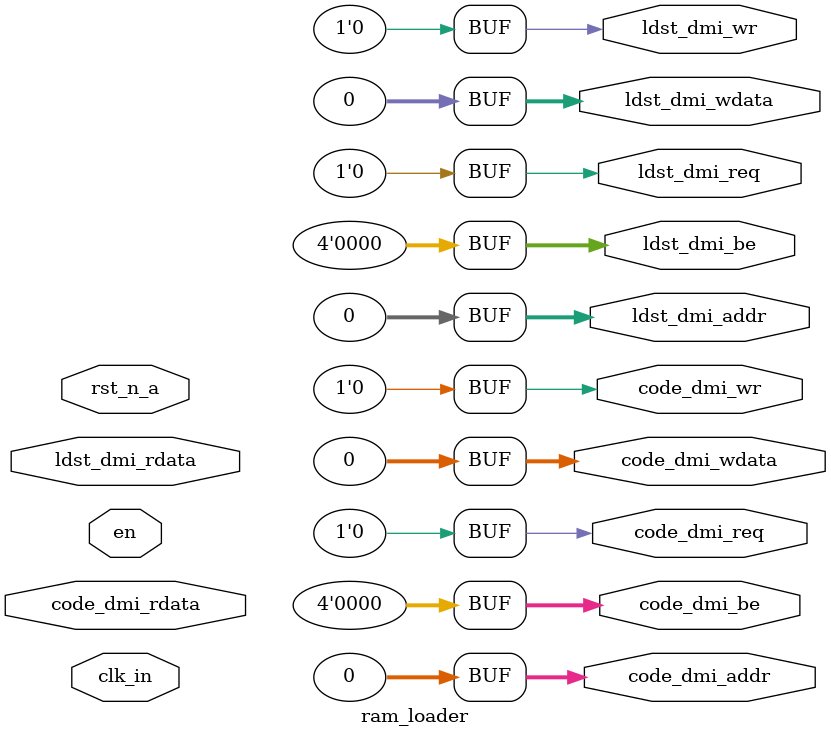
<source format=v>

module ram_loader (clk_in,
  rst_n_a,

  code_dmi_rdata,
  code_dmi_req,
  code_dmi_addr,
  code_dmi_wdata,
  code_dmi_wr,
  code_dmi_be,
  ldst_dmi_rdata,
  ldst_dmi_req,
  ldst_dmi_addr,
  ldst_dmi_wdata,
  ldst_dmi_wr,
  ldst_dmi_be,

  en);

`include "arcutil_pkg_defines.v"
`include "extutil.v"
`include "che_util.v"
`include "xdefs.v"

input   clk_in; 
input   rst_n_a; 

// Global halt signal
//
input   en; 

// ICCM RAM DMI interface
// 
input  [31:0] code_dmi_rdata ;
// 
output code_dmi_req;
output [31:0] code_dmi_addr;
output [31:0] code_dmi_wdata;
output code_dmi_wr;
output [3:0] code_dmi_be;

// DCCM RAM DMI interface
//
input   [31:0] ldst_dmi_rdata;
//
output  ldst_dmi_req;
output  [31:0] ldst_dmi_addr;
output  [31:0] ldst_dmi_wdata;
output  ldst_dmi_wr;
output  [3:0] ldst_dmi_be;


assign code_dmi_req   = 1'b 0;
assign code_dmi_wr    = 1'b 0;
assign code_dmi_addr  = {(32){1'b 0}};
assign code_dmi_wdata = {(32){1'b 0}};
assign code_dmi_be    = {4{1'b 0}};


//  DCCM RAM DMI interface
// 
assign ldst_dmi_req   = 1'b 0;
assign ldst_dmi_wr    = 1'b 0;
assign ldst_dmi_addr  = {32{1'b 0}};
assign ldst_dmi_wdata = {32{1'b 0}};
assign ldst_dmi_be    = {4 {1'b 0}};

endmodule

</source>
